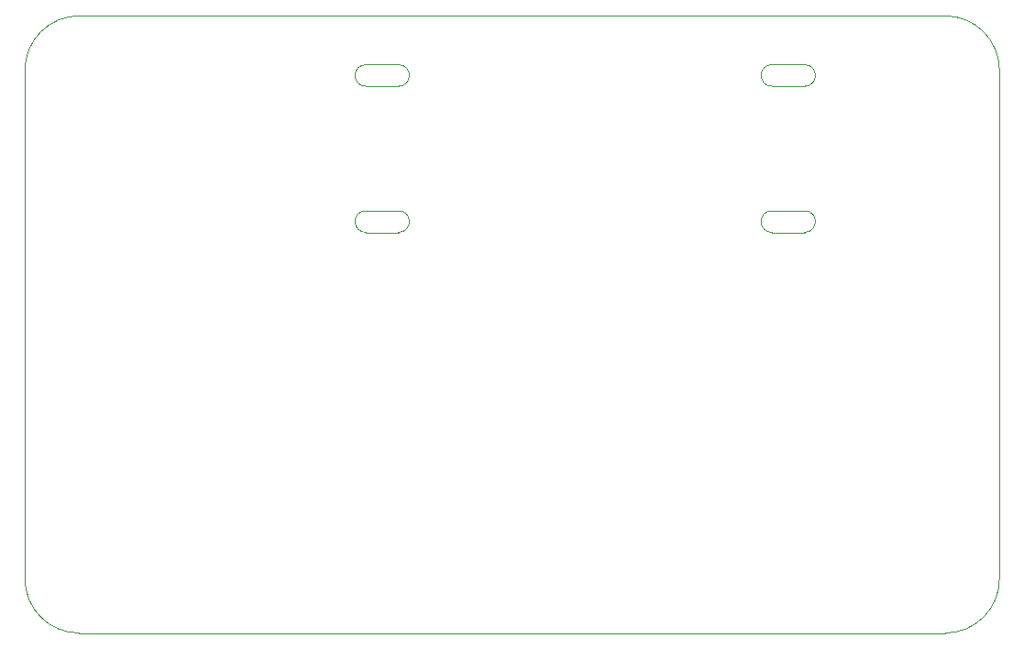
<source format=gbr>
%TF.GenerationSoftware,KiCad,Pcbnew,7.0.7*%
%TF.CreationDate,2023-09-10T20:13:10+02:00*%
%TF.ProjectId,Riddle_PCB,52696464-6c65-45f5-9043-422e6b696361,rev?*%
%TF.SameCoordinates,Original*%
%TF.FileFunction,Profile,NP*%
%FSLAX46Y46*%
G04 Gerber Fmt 4.6, Leading zero omitted, Abs format (unit mm)*
G04 Created by KiCad (PCBNEW 7.0.7) date 2023-09-10 20:13:10*
%MOMM*%
%LPD*%
G01*
G04 APERTURE LIST*
%TA.AperFunction,Profile*%
%ADD10C,0.100000*%
%TD*%
G04 APERTURE END LIST*
D10*
X136500000Y-78000000D02*
X139500000Y-78000000D01*
X136500000Y-78000000D02*
G75*
G03*
X136500000Y-80000000I0J-1000000D01*
G01*
X139500000Y-80000000D02*
G75*
G03*
X139500000Y-78000000I0J1000000D01*
G01*
X136500000Y-80000000D02*
X139500000Y-80000000D01*
X136500000Y-64500000D02*
X139500000Y-64500000D01*
X136500000Y-64500000D02*
G75*
G03*
X136500000Y-66500000I0J-1000000D01*
G01*
X139500000Y-66500000D02*
G75*
G03*
X139500000Y-64500000I0J1000000D01*
G01*
X136500000Y-66500000D02*
X139500000Y-66500000D01*
X174000000Y-66500000D02*
X177000000Y-66500000D01*
X174000000Y-64500000D02*
G75*
G03*
X174000000Y-66500000I0J-1000000D01*
G01*
X177000000Y-66500000D02*
G75*
G03*
X177000000Y-64500000I0J1000000D01*
G01*
X174000000Y-64500000D02*
X177000000Y-64500000D01*
X174000000Y-80000000D02*
X177000000Y-80000000D01*
X174000000Y-78000000D02*
X177000000Y-78000000D01*
X177000000Y-80000000D02*
G75*
G03*
X177000000Y-78000000I0J1000000D01*
G01*
X174000000Y-78000000D02*
G75*
G03*
X174000000Y-80000000I0J-1000000D01*
G01*
X190000000Y-117000000D02*
X110000000Y-117000000D01*
X195000000Y-112000000D02*
X195000000Y-65000000D01*
X190000000Y-116999998D02*
G75*
G03*
X195000000Y-112000000I2J4999998D01*
G01*
X105000000Y-112000000D02*
X105000000Y-65000000D01*
X105000002Y-112000000D02*
G75*
G03*
X110000000Y-117000000I4999998J-2D01*
G01*
X110000000Y-60000002D02*
G75*
G03*
X105000000Y-65000000I-2J-4999998D01*
G01*
X190000000Y-60000000D02*
X110000000Y-60000000D01*
X194999998Y-65000000D02*
G75*
G03*
X190000000Y-60000000I-4999998J2D01*
G01*
M02*

</source>
